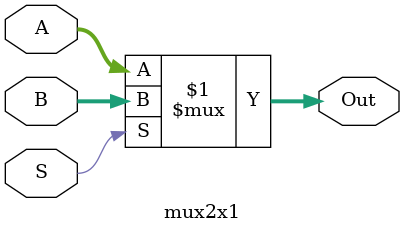
<source format=v>
module mux2x1(A, B, S, Out);
input [3:0] A, B; 
input S;
output [3:0] Out;

assign Out = S?B:A;

endmodule

</source>
